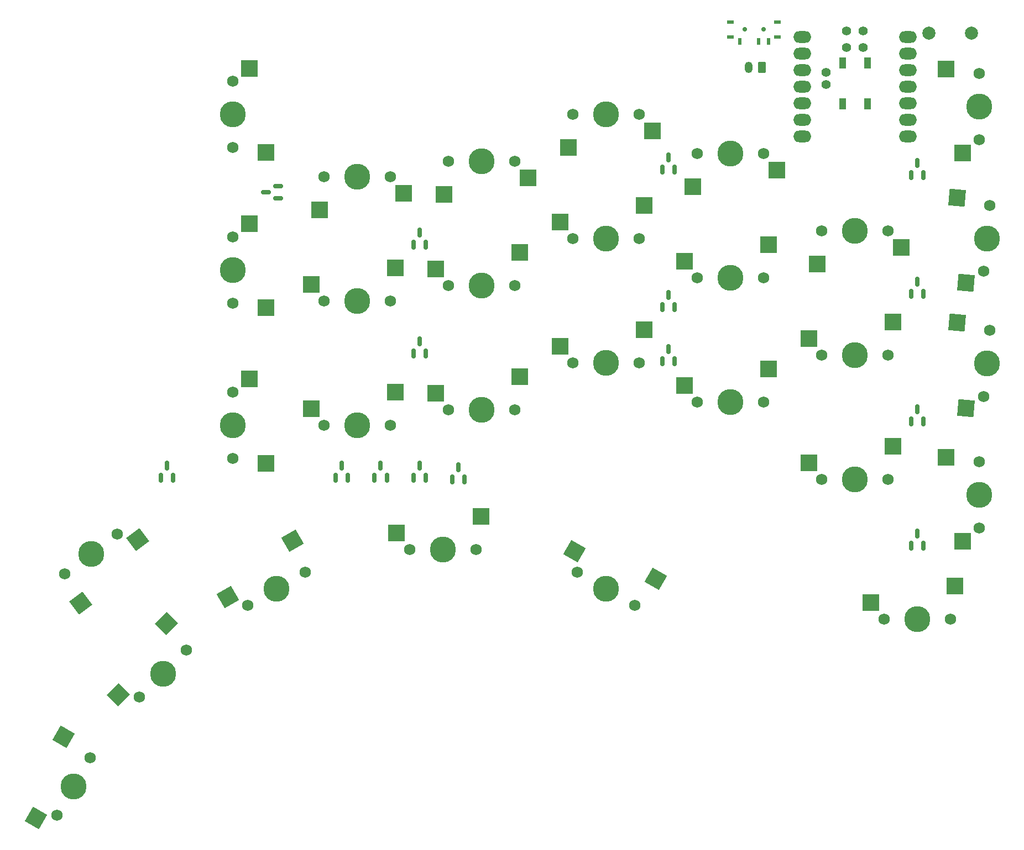
<source format=gbs>
G04 #@! TF.GenerationSoftware,KiCad,Pcbnew,7.0.2*
G04 #@! TF.CreationDate,2023-05-17T12:25:55+02:00*
G04 #@! TF.ProjectId,mykeeb_v7a2_right,6d796b65-6562-45f7-9637-61325f726967,rev?*
G04 #@! TF.SameCoordinates,Original*
G04 #@! TF.FileFunction,Soldermask,Bot*
G04 #@! TF.FilePolarity,Negative*
%FSLAX46Y46*%
G04 Gerber Fmt 4.6, Leading zero omitted, Abs format (unit mm)*
G04 Created by KiCad (PCBNEW 7.0.2) date 2023-05-17 12:25:55*
%MOMM*%
%LPD*%
G01*
G04 APERTURE LIST*
G04 Aperture macros list*
%AMRoundRect*
0 Rectangle with rounded corners*
0 $1 Rounding radius*
0 $2 $3 $4 $5 $6 $7 $8 $9 X,Y pos of 4 corners*
0 Add a 4 corners polygon primitive as box body*
4,1,4,$2,$3,$4,$5,$6,$7,$8,$9,$2,$3,0*
0 Add four circle primitives for the rounded corners*
1,1,$1+$1,$2,$3*
1,1,$1+$1,$4,$5*
1,1,$1+$1,$6,$7*
1,1,$1+$1,$8,$9*
0 Add four rect primitives between the rounded corners*
20,1,$1+$1,$2,$3,$4,$5,0*
20,1,$1+$1,$4,$5,$6,$7,0*
20,1,$1+$1,$6,$7,$8,$9,0*
20,1,$1+$1,$8,$9,$2,$3,0*%
%AMRotRect*
0 Rectangle, with rotation*
0 The origin of the aperture is its center*
0 $1 length*
0 $2 width*
0 $3 Rotation angle, in degrees counterclockwise*
0 Add horizontal line*
21,1,$1,$2,0,0,$3*%
G04 Aperture macros list end*
%ADD10RotRect,2.550000X2.500000X30.000000*%
%ADD11C,1.750000*%
%ADD12C,3.987800*%
%ADD13O,2.750000X1.800000*%
%ADD14C,1.397000*%
%ADD15RotRect,2.550000X2.500000X85.000000*%
%ADD16R,2.550000X2.500000*%
%ADD17R,2.500000X2.550000*%
%ADD18RotRect,2.550000X2.500000X45.000000*%
%ADD19RotRect,2.550000X2.500000X60.000000*%
%ADD20RotRect,2.550000X2.500000X217.000000*%
%ADD21C,2.000000*%
%ADD22RotRect,2.550000X2.500000X330.000000*%
%ADD23RoundRect,0.150000X0.150000X-0.587500X0.150000X0.587500X-0.150000X0.587500X-0.150000X-0.587500X0*%
%ADD24RoundRect,0.250000X0.350000X0.625000X-0.350000X0.625000X-0.350000X-0.625000X0.350000X-0.625000X0*%
%ADD25O,1.200000X1.750000*%
%ADD26R,1.100000X0.600000*%
%ADD27R,1.000000X0.600000*%
%ADD28C,0.700000*%
%ADD29R,0.600000X1.000000*%
%ADD30RoundRect,0.150000X0.587500X0.150000X-0.587500X0.150000X-0.587500X-0.150000X0.587500X-0.150000X0*%
%ADD31R,1.000000X1.700000*%
G04 APERTURE END LIST*
D10*
X56388206Y-238306315D03*
D11*
X59394587Y-239503520D03*
D12*
X63793996Y-236963520D03*
D11*
X68193405Y-234423520D03*
D10*
X66289934Y-229656611D03*
D13*
X144305128Y-152400120D03*
X144305128Y-154940120D03*
X144305128Y-157480120D03*
X144305128Y-160020120D03*
X144305128Y-162560120D03*
X144305128Y-165100120D03*
X144305128Y-167640120D03*
X160495128Y-167640120D03*
X160495128Y-165100120D03*
X160495128Y-162560120D03*
X160495128Y-160020120D03*
X160495128Y-157480120D03*
X160495128Y-154940120D03*
X160495128Y-152400120D03*
D14*
X151130128Y-151448120D03*
X153670128Y-151448120D03*
X151130128Y-153988120D03*
X153670128Y-153988120D03*
X147955128Y-159703120D03*
X147955128Y-157798120D03*
D15*
X169428363Y-190122184D03*
D11*
X172133445Y-188346189D03*
D12*
X172576196Y-183285520D03*
D11*
X173018947Y-178224851D03*
D15*
X168022338Y-177049897D03*
D16*
X140435096Y-172799520D03*
D11*
X138430096Y-170259520D03*
D12*
X133350096Y-170259520D03*
D11*
X128270096Y-170259520D03*
D16*
X127535096Y-175339520D03*
X145315096Y-198675820D03*
D11*
X147320096Y-201215820D03*
D12*
X152400096Y-201215820D03*
D11*
X157480096Y-201215820D03*
D16*
X158215096Y-196135820D03*
X102335096Y-173990220D03*
D11*
X100330096Y-171450220D03*
D12*
X95250096Y-171450220D03*
D11*
X90170096Y-171450220D03*
D16*
X89435096Y-176530220D03*
X145315096Y-217725820D03*
D11*
X147320096Y-220265820D03*
D12*
X152400096Y-220265820D03*
D11*
X157480096Y-220265820D03*
D16*
X158215096Y-215185820D03*
D17*
X168910096Y-229732020D03*
D11*
X171450096Y-227727020D03*
D12*
X171450096Y-222647020D03*
D11*
X171450096Y-217567020D03*
D17*
X166370096Y-216832020D03*
X168910096Y-170200820D03*
D11*
X171450096Y-168195820D03*
D12*
X171450096Y-163115820D03*
D11*
X171450096Y-158035820D03*
D17*
X166370096Y-157300820D03*
D16*
X82211896Y-228441520D03*
D11*
X84216896Y-230981520D03*
D12*
X89296896Y-230981520D03*
D11*
X94376896Y-230981520D03*
D16*
X95111896Y-225901520D03*
D17*
X59689996Y-204846520D03*
D11*
X57149996Y-206851520D03*
D12*
X57149996Y-211931520D03*
D11*
X57149996Y-217011520D03*
D17*
X62229996Y-217746520D03*
D18*
X39628493Y-253245220D03*
D11*
X42842294Y-253623522D03*
D12*
X46434396Y-250031420D03*
D11*
X50026498Y-246439318D03*
D18*
X46954119Y-242327492D03*
D19*
X26999891Y-272161410D03*
D11*
X30202096Y-271695029D03*
D12*
X32742096Y-267295620D03*
D11*
X35282096Y-262896211D03*
D19*
X31250187Y-259719682D03*
D20*
X42599739Y-229428795D03*
D11*
X39469864Y-228606900D03*
D12*
X35412796Y-231664120D03*
D11*
X31355728Y-234721340D03*
D20*
X33825951Y-239220743D03*
D16*
X69115096Y-209391420D03*
D11*
X71120096Y-211931420D03*
D12*
X76200096Y-211931420D03*
D11*
X81280096Y-211931420D03*
D16*
X82015096Y-206851420D03*
X107215096Y-199866420D03*
D11*
X109220096Y-202406420D03*
D12*
X114300096Y-202406420D03*
D11*
X119380096Y-202406420D03*
D16*
X120115096Y-197326420D03*
D21*
X170259518Y-151804815D03*
X163759518Y-151804815D03*
D16*
X88165096Y-187960220D03*
D11*
X90170096Y-190500220D03*
D12*
X95250096Y-190500220D03*
D11*
X100330096Y-190500220D03*
D16*
X101065096Y-185420220D03*
X69115096Y-190341420D03*
D11*
X71120096Y-192881420D03*
D12*
X76200096Y-192881420D03*
D11*
X81280096Y-192881420D03*
D16*
X82015096Y-187801420D03*
X107215096Y-180816420D03*
D11*
X109220096Y-183356420D03*
D12*
X114300096Y-183356420D03*
D11*
X119380096Y-183356420D03*
D16*
X120115096Y-178276420D03*
X126265096Y-186769520D03*
D11*
X128270096Y-189309520D03*
D12*
X133350096Y-189309520D03*
D11*
X138430096Y-189309520D03*
D16*
X139165096Y-184229520D03*
D17*
X59690096Y-157221420D03*
D11*
X57150096Y-159226420D03*
D12*
X57150096Y-164306420D03*
D11*
X57150096Y-169386420D03*
D17*
X62230096Y-170121420D03*
D16*
X83285096Y-176371420D03*
D11*
X81280096Y-173831420D03*
D12*
X76200096Y-173831420D03*
D11*
X71120096Y-173831420D03*
D16*
X70385096Y-178911420D03*
X88165096Y-207010220D03*
D11*
X90170096Y-209550220D03*
D12*
X95250096Y-209550220D03*
D11*
X100330096Y-209550220D03*
D16*
X101065096Y-204470220D03*
X126265096Y-205819520D03*
D11*
X128270096Y-208359520D03*
D12*
X133350096Y-208359520D03*
D11*
X138430096Y-208359520D03*
D16*
X139165096Y-203279520D03*
D15*
X169428363Y-209304984D03*
D11*
X172133445Y-207528989D03*
D12*
X172576196Y-202468320D03*
D11*
X173018947Y-197407651D03*
D15*
X168022338Y-196232697D03*
D17*
X59690096Y-181033920D03*
D11*
X57150096Y-183038920D03*
D12*
X57150096Y-188118920D03*
D11*
X57150096Y-193198920D03*
D17*
X62230096Y-193933920D03*
D22*
X109434206Y-231263515D03*
D11*
X109900587Y-234465720D03*
D12*
X114299996Y-237005720D03*
D11*
X118699405Y-239545720D03*
D22*
X121875934Y-235513811D03*
D16*
X154840096Y-239157120D03*
D11*
X156845096Y-241697120D03*
D12*
X161925096Y-241697120D03*
D11*
X167005096Y-241697120D03*
D16*
X167740096Y-236617120D03*
X159485096Y-184705820D03*
D11*
X157480096Y-182165820D03*
D12*
X152400096Y-182165820D03*
D11*
X147320096Y-182165820D03*
D16*
X146585096Y-187245820D03*
X121385096Y-166846420D03*
D11*
X119380096Y-164306420D03*
D12*
X114300096Y-164306420D03*
D11*
X109220096Y-164306420D03*
D16*
X108485096Y-169386420D03*
D23*
X162875096Y-211336115D03*
X160975096Y-211336115D03*
X161925096Y-209461115D03*
X86675072Y-200962668D03*
X84775072Y-200962668D03*
X85725072Y-199087668D03*
X92628202Y-220265810D03*
X90728202Y-220265810D03*
X91678202Y-218390810D03*
D24*
X138112616Y-157093884D03*
D25*
X136112616Y-157093884D03*
D23*
X86675096Y-184293904D03*
X84775096Y-184293904D03*
X85725096Y-182418904D03*
X86675072Y-220012684D03*
X84775072Y-220012684D03*
X85725072Y-218137684D03*
X47979727Y-220012684D03*
X46079727Y-220012684D03*
X47029727Y-218137684D03*
D26*
X140550096Y-150114120D03*
D27*
X133350096Y-150114120D03*
D28*
X138400096Y-151257120D03*
X135500096Y-151257120D03*
D27*
X140550096Y-152400120D03*
D26*
X133350096Y-152400120D03*
D29*
X134750096Y-153107120D03*
X137650096Y-153107120D03*
X139150096Y-153107120D03*
D23*
X80721942Y-220012684D03*
X78821942Y-220012684D03*
X79771942Y-218137684D03*
X74768812Y-220012684D03*
X72868812Y-220012684D03*
X73818812Y-218137684D03*
D30*
X64040596Y-175262720D03*
X64040596Y-177162720D03*
X62165596Y-176212720D03*
D23*
X162875096Y-191779847D03*
X160975096Y-191779847D03*
X161925096Y-189904847D03*
X162875096Y-173578270D03*
X160975096Y-173578270D03*
X161925096Y-171703270D03*
X124775096Y-193818912D03*
X122875096Y-193818912D03*
X123825096Y-191943912D03*
X162875096Y-230386131D03*
X160975096Y-230386131D03*
X161925096Y-228511131D03*
D31*
X150500128Y-156393884D03*
X150500128Y-162693884D03*
X154300128Y-156393884D03*
X154300128Y-162693884D03*
D23*
X124775104Y-202153294D03*
X122875104Y-202153294D03*
X123825104Y-200278294D03*
X124775104Y-172729831D03*
X122875104Y-172729831D03*
X123825104Y-170854831D03*
M02*

</source>
